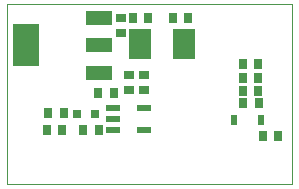
<source format=gtp>
G75*
%MOIN*%
%OFA0B0*%
%FSLAX25Y25*%
%IPPOS*%
%LPD*%
%AMOC8*
5,1,8,0,0,1.08239X$1,22.5*
%
%ADD10C,0.00000*%
%ADD11R,0.08800X0.04800*%
%ADD12R,0.08661X0.14173*%
%ADD13R,0.07480X0.10000*%
%ADD14R,0.03150X0.03150*%
%ADD15R,0.02756X0.03543*%
%ADD16R,0.03543X0.02756*%
%ADD17R,0.02480X0.03268*%
%ADD18R,0.04724X0.02165*%
D10*
X0001351Y0007367D02*
X0096351Y0007367D01*
X0096351Y0067367D01*
X0001351Y0067367D01*
X0001351Y0007367D01*
D11*
X0031904Y0044612D03*
X0031904Y0053712D03*
X0031904Y0062812D03*
D12*
X0007503Y0053712D03*
D13*
X0045577Y0054322D03*
X0060144Y0054322D03*
D14*
X0030604Y0030967D03*
X0024698Y0030967D03*
D15*
X0020210Y0031167D03*
X0015092Y0031167D03*
X0014542Y0025367D03*
X0019660Y0025367D03*
X0026748Y0025382D03*
X0031866Y0025382D03*
X0031792Y0037867D03*
X0036910Y0037867D03*
X0056632Y0062769D03*
X0061750Y0062769D03*
X0048450Y0062864D03*
X0043332Y0062864D03*
X0079846Y0047452D03*
X0084965Y0047452D03*
X0084978Y0042874D03*
X0079859Y0042874D03*
X0079904Y0038664D03*
X0085022Y0038664D03*
X0085192Y0034369D03*
X0080074Y0034369D03*
X0086667Y0023449D03*
X0091785Y0023449D03*
D16*
X0046851Y0038808D03*
X0041851Y0038708D03*
X0041851Y0043826D03*
X0046851Y0043926D03*
X0039213Y0057767D03*
X0039213Y0062886D03*
D17*
X0076985Y0028889D03*
X0086041Y0028889D03*
D18*
X0046969Y0025377D03*
X0036732Y0025377D03*
X0036732Y0029117D03*
X0036732Y0032857D03*
X0046969Y0032857D03*
M02*

</source>
